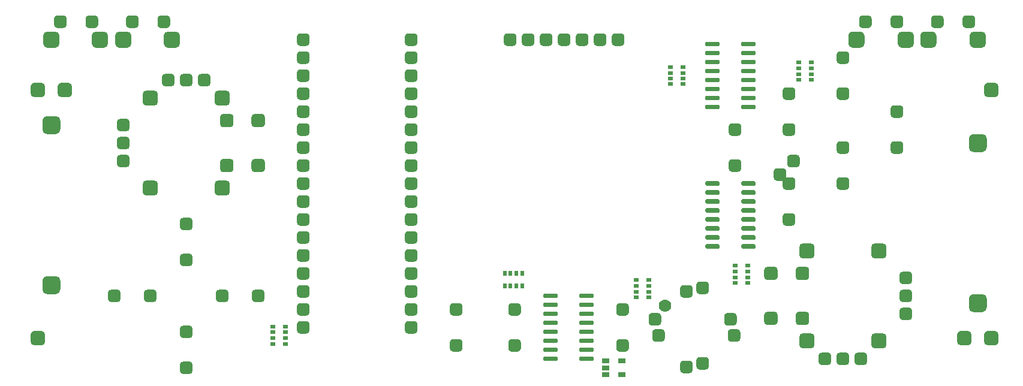
<source format=gbr>
%TF.GenerationSoftware,KiCad,Pcbnew,(5.1.9)-1*%
%TF.CreationDate,2021-08-06T18:06:19-04:00*%
%TF.ProjectId,MK2_1,4d4b325f-312e-46b6-9963-61645f706362,1*%
%TF.SameCoordinates,Original*%
%TF.FileFunction,Soldermask,Top*%
%TF.FilePolarity,Negative*%
%FSLAX45Y45*%
G04 Gerber Fmt 4.5, Leading zero omitted, Abs format (unit mm)*
G04 Created by KiCad (PCBNEW (5.1.9)-1) date 2021-08-06 18:06:19*
%MOMM*%
%LPD*%
G01*
G04 APERTURE LIST*
%ADD10C,1.778000*%
%ADD11R,1.016000X0.635000*%
%ADD12R,0.762000X0.508000*%
%ADD13R,0.508000X0.762000*%
G04 APERTURE END LIST*
%TO.C,G0*%
G36*
G01*
X17653000Y-4191000D02*
X17653000Y-4318000D01*
G75*
G02*
X17589500Y-4381500I-63500J0D01*
G01*
X17462500Y-4381500D01*
G75*
G02*
X17399000Y-4318000I0J63500D01*
G01*
X17399000Y-4191000D01*
G75*
G02*
X17462500Y-4127500I63500J0D01*
G01*
X17589500Y-4127500D01*
G75*
G02*
X17653000Y-4191000I0J-63500D01*
G01*
G37*
%TD*%
%TO.C,G0*%
G36*
G01*
X17653000Y-6451600D02*
X17653000Y-6578600D01*
G75*
G02*
X17589500Y-6642100I-63500J0D01*
G01*
X17462500Y-6642100D01*
G75*
G02*
X17399000Y-6578600I0J63500D01*
G01*
X17399000Y-6451600D01*
G75*
G02*
X17462500Y-6388100I63500J0D01*
G01*
X17589500Y-6388100D01*
G75*
G02*
X17653000Y-6451600I0J-63500D01*
G01*
G37*
%TD*%
%TO.C,P0*%
G36*
G01*
X17818100Y-3454400D02*
X17818100Y-3556000D01*
G75*
G02*
X17767300Y-3606800I-50800J0D01*
G01*
X17665700Y-3606800D01*
G75*
G02*
X17614900Y-3556000I0J50800D01*
G01*
X17614900Y-3454400D01*
G75*
G02*
X17665700Y-3403600I50800J0D01*
G01*
X17767300Y-3403600D01*
G75*
G02*
X17818100Y-3454400I0J-50800D01*
G01*
G37*
%TD*%
%TO.C,P0*%
G36*
G01*
X17437100Y-6959600D02*
X17437100Y-7061200D01*
G75*
G02*
X17386300Y-7112000I-50800J0D01*
G01*
X17284700Y-7112000D01*
G75*
G02*
X17233900Y-7061200I0J50800D01*
G01*
X17233900Y-6959600D01*
G75*
G02*
X17284700Y-6908800I50800J0D01*
G01*
X17386300Y-6908800D01*
G75*
G02*
X17437100Y-6959600I0J-50800D01*
G01*
G37*
%TD*%
%TO.C,P0*%
G36*
G01*
X17665700Y-6908800D02*
X17767300Y-6908800D01*
G75*
G02*
X17818100Y-6959600I0J-50800D01*
G01*
X17818100Y-7061200D01*
G75*
G02*
X17767300Y-7112000I-50800J0D01*
G01*
X17665700Y-7112000D01*
G75*
G02*
X17614900Y-7061200I0J50800D01*
G01*
X17614900Y-6959600D01*
G75*
G02*
X17665700Y-6908800I50800J0D01*
G01*
G37*
%TD*%
%TO.C,G0*%
G36*
G01*
X4318000Y-4064000D02*
X4318000Y-3937000D01*
G75*
G02*
X4381500Y-3873500I63500J0D01*
G01*
X4508500Y-3873500D01*
G75*
G02*
X4572000Y-3937000I0J-63500D01*
G01*
X4572000Y-4064000D01*
G75*
G02*
X4508500Y-4127500I-63500J0D01*
G01*
X4381500Y-4127500D01*
G75*
G02*
X4318000Y-4064000I0J63500D01*
G01*
G37*
%TD*%
%TO.C,G0*%
G36*
G01*
X4318000Y-6324600D02*
X4318000Y-6197600D01*
G75*
G02*
X4381500Y-6134100I63500J0D01*
G01*
X4508500Y-6134100D01*
G75*
G02*
X4572000Y-6197600I0J-63500D01*
G01*
X4572000Y-6324600D01*
G75*
G02*
X4508500Y-6388100I-63500J0D01*
G01*
X4381500Y-6388100D01*
G75*
G02*
X4318000Y-6324600I0J63500D01*
G01*
G37*
%TD*%
%TO.C,B0*%
G36*
G01*
X6261100Y-5949950D02*
X6261100Y-5861050D01*
G75*
G02*
X6305550Y-5816600I44450J0D01*
G01*
X6394450Y-5816600D01*
G75*
G02*
X6438900Y-5861050I0J-44450D01*
G01*
X6438900Y-5949950D01*
G75*
G02*
X6394450Y-5994400I-44450J0D01*
G01*
X6305550Y-5994400D01*
G75*
G02*
X6261100Y-5949950I0J44450D01*
G01*
G37*
G36*
G01*
X6261100Y-5441950D02*
X6261100Y-5353050D01*
G75*
G02*
X6305550Y-5308600I44450J0D01*
G01*
X6394450Y-5308600D01*
G75*
G02*
X6438900Y-5353050I0J-44450D01*
G01*
X6438900Y-5441950D01*
G75*
G02*
X6394450Y-5486400I-44450J0D01*
G01*
X6305550Y-5486400D01*
G75*
G02*
X6261100Y-5441950I0J44450D01*
G01*
G37*
%TD*%
%TO.C,P0*%
G36*
G01*
X14776450Y-4787900D02*
X14687550Y-4787900D01*
G75*
G02*
X14643100Y-4743450I0J44450D01*
G01*
X14643100Y-4654550D01*
G75*
G02*
X14687550Y-4610100I44450J0D01*
G01*
X14776450Y-4610100D01*
G75*
G02*
X14820900Y-4654550I0J-44450D01*
G01*
X14820900Y-4743450D01*
G75*
G02*
X14776450Y-4787900I-44450J0D01*
G01*
G37*
%TD*%
%TO.C,P0*%
G36*
G01*
X14966950Y-4597400D02*
X14878050Y-4597400D01*
G75*
G02*
X14833600Y-4552950I0J44450D01*
G01*
X14833600Y-4464050D01*
G75*
G02*
X14878050Y-4419600I44450J0D01*
G01*
X14966950Y-4419600D01*
G75*
G02*
X15011400Y-4464050I0J-44450D01*
G01*
X15011400Y-4552950D01*
G75*
G02*
X14966950Y-4597400I-44450J0D01*
G01*
G37*
%TD*%
%TO.C,B0*%
G36*
G01*
X12420600Y-6648450D02*
X12420600Y-6559550D01*
G75*
G02*
X12465050Y-6515100I44450J0D01*
G01*
X12553950Y-6515100D01*
G75*
G02*
X12598400Y-6559550I0J-44450D01*
G01*
X12598400Y-6648450D01*
G75*
G02*
X12553950Y-6692900I-44450J0D01*
G01*
X12465050Y-6692900D01*
G75*
G02*
X12420600Y-6648450I0J44450D01*
G01*
G37*
G36*
G01*
X12420600Y-7156450D02*
X12420600Y-7067550D01*
G75*
G02*
X12465050Y-7023100I44450J0D01*
G01*
X12553950Y-7023100D01*
G75*
G02*
X12598400Y-7067550I0J-44450D01*
G01*
X12598400Y-7156450D01*
G75*
G02*
X12553950Y-7200900I-44450J0D01*
G01*
X12465050Y-7200900D01*
G75*
G02*
X12420600Y-7156450I0J44450D01*
G01*
G37*
%TD*%
%TO.C,B0*%
G36*
G01*
X15532100Y-3092450D02*
X15532100Y-3003550D01*
G75*
G02*
X15576550Y-2959100I44450J0D01*
G01*
X15665450Y-2959100D01*
G75*
G02*
X15709900Y-3003550I0J-44450D01*
G01*
X15709900Y-3092450D01*
G75*
G02*
X15665450Y-3136900I-44450J0D01*
G01*
X15576550Y-3136900D01*
G75*
G02*
X15532100Y-3092450I0J44450D01*
G01*
G37*
G36*
G01*
X15532100Y-3600450D02*
X15532100Y-3511550D01*
G75*
G02*
X15576550Y-3467100I44450J0D01*
G01*
X15665450Y-3467100D01*
G75*
G02*
X15709900Y-3511550I0J-44450D01*
G01*
X15709900Y-3600450D01*
G75*
G02*
X15665450Y-3644900I-44450J0D01*
G01*
X15576550Y-3644900D01*
G75*
G02*
X15532100Y-3600450I0J44450D01*
G01*
G37*
%TD*%
%TO.C,B0*%
G36*
G01*
X16294100Y-3854450D02*
X16294100Y-3765550D01*
G75*
G02*
X16338550Y-3721100I44450J0D01*
G01*
X16427450Y-3721100D01*
G75*
G02*
X16471900Y-3765550I0J-44450D01*
G01*
X16471900Y-3854450D01*
G75*
G02*
X16427450Y-3898900I-44450J0D01*
G01*
X16338550Y-3898900D01*
G75*
G02*
X16294100Y-3854450I0J44450D01*
G01*
G37*
G36*
G01*
X16294100Y-4362450D02*
X16294100Y-4273550D01*
G75*
G02*
X16338550Y-4229100I44450J0D01*
G01*
X16427450Y-4229100D01*
G75*
G02*
X16471900Y-4273550I0J-44450D01*
G01*
X16471900Y-4362450D01*
G75*
G02*
X16427450Y-4406900I-44450J0D01*
G01*
X16338550Y-4406900D01*
G75*
G02*
X16294100Y-4362450I0J44450D01*
G01*
G37*
%TD*%
%TO.C,B0*%
G36*
G01*
X15532100Y-4362450D02*
X15532100Y-4273550D01*
G75*
G02*
X15576550Y-4229100I44450J0D01*
G01*
X15665450Y-4229100D01*
G75*
G02*
X15709900Y-4273550I0J-44450D01*
G01*
X15709900Y-4362450D01*
G75*
G02*
X15665450Y-4406900I-44450J0D01*
G01*
X15576550Y-4406900D01*
G75*
G02*
X15532100Y-4362450I0J44450D01*
G01*
G37*
G36*
G01*
X15532100Y-4870450D02*
X15532100Y-4781550D01*
G75*
G02*
X15576550Y-4737100I44450J0D01*
G01*
X15665450Y-4737100D01*
G75*
G02*
X15709900Y-4781550I0J-44450D01*
G01*
X15709900Y-4870450D01*
G75*
G02*
X15665450Y-4914900I-44450J0D01*
G01*
X15576550Y-4914900D01*
G75*
G02*
X15532100Y-4870450I0J44450D01*
G01*
G37*
%TD*%
%TO.C,B0*%
G36*
G01*
X14770100Y-4870450D02*
X14770100Y-4781550D01*
G75*
G02*
X14814550Y-4737100I44450J0D01*
G01*
X14903450Y-4737100D01*
G75*
G02*
X14947900Y-4781550I0J-44450D01*
G01*
X14947900Y-4870450D01*
G75*
G02*
X14903450Y-4914900I-44450J0D01*
G01*
X14814550Y-4914900D01*
G75*
G02*
X14770100Y-4870450I0J44450D01*
G01*
G37*
G36*
G01*
X14770100Y-5378450D02*
X14770100Y-5289550D01*
G75*
G02*
X14814550Y-5245100I44450J0D01*
G01*
X14903450Y-5245100D01*
G75*
G02*
X14947900Y-5289550I0J-44450D01*
G01*
X14947900Y-5378450D01*
G75*
G02*
X14903450Y-5422900I-44450J0D01*
G01*
X14814550Y-5422900D01*
G75*
G02*
X14770100Y-5378450I0J44450D01*
G01*
G37*
%TD*%
%TO.C,B0*%
G36*
G01*
X14770100Y-3600450D02*
X14770100Y-3511550D01*
G75*
G02*
X14814550Y-3467100I44450J0D01*
G01*
X14903450Y-3467100D01*
G75*
G02*
X14947900Y-3511550I0J-44450D01*
G01*
X14947900Y-3600450D01*
G75*
G02*
X14903450Y-3644900I-44450J0D01*
G01*
X14814550Y-3644900D01*
G75*
G02*
X14770100Y-3600450I0J44450D01*
G01*
G37*
G36*
G01*
X14770100Y-4108450D02*
X14770100Y-4019550D01*
G75*
G02*
X14814550Y-3975100I44450J0D01*
G01*
X14903450Y-3975100D01*
G75*
G02*
X14947900Y-4019550I0J-44450D01*
G01*
X14947900Y-4108450D01*
G75*
G02*
X14903450Y-4152900I-44450J0D01*
G01*
X14814550Y-4152900D01*
G75*
G02*
X14770100Y-4108450I0J44450D01*
G01*
G37*
%TD*%
%TO.C,B0*%
G36*
G01*
X14008100Y-4108450D02*
X14008100Y-4019550D01*
G75*
G02*
X14052550Y-3975100I44450J0D01*
G01*
X14141450Y-3975100D01*
G75*
G02*
X14185900Y-4019550I0J-44450D01*
G01*
X14185900Y-4108450D01*
G75*
G02*
X14141450Y-4152900I-44450J0D01*
G01*
X14052550Y-4152900D01*
G75*
G02*
X14008100Y-4108450I0J44450D01*
G01*
G37*
G36*
G01*
X14008100Y-4616450D02*
X14008100Y-4527550D01*
G75*
G02*
X14052550Y-4483100I44450J0D01*
G01*
X14141450Y-4483100D01*
G75*
G02*
X14185900Y-4527550I0J-44450D01*
G01*
X14185900Y-4616450D01*
G75*
G02*
X14141450Y-4660900I-44450J0D01*
G01*
X14052550Y-4660900D01*
G75*
G02*
X14008100Y-4616450I0J44450D01*
G01*
G37*
%TD*%
%TO.C,B0*%
G36*
G01*
X10896600Y-6648450D02*
X10896600Y-6559550D01*
G75*
G02*
X10941050Y-6515100I44450J0D01*
G01*
X11029950Y-6515100D01*
G75*
G02*
X11074400Y-6559550I0J-44450D01*
G01*
X11074400Y-6648450D01*
G75*
G02*
X11029950Y-6692900I-44450J0D01*
G01*
X10941050Y-6692900D01*
G75*
G02*
X10896600Y-6648450I0J44450D01*
G01*
G37*
G36*
G01*
X10896600Y-7156450D02*
X10896600Y-7067550D01*
G75*
G02*
X10941050Y-7023100I44450J0D01*
G01*
X11029950Y-7023100D01*
G75*
G02*
X11074400Y-7067550I0J-44450D01*
G01*
X11074400Y-7156450D01*
G75*
G02*
X11029950Y-7200900I-44450J0D01*
G01*
X10941050Y-7200900D01*
G75*
G02*
X10896600Y-7156450I0J44450D01*
G01*
G37*
%TD*%
%TO.C,B0*%
G36*
G01*
X10071100Y-6648450D02*
X10071100Y-6559550D01*
G75*
G02*
X10115550Y-6515100I44450J0D01*
G01*
X10204450Y-6515100D01*
G75*
G02*
X10248900Y-6559550I0J-44450D01*
G01*
X10248900Y-6648450D01*
G75*
G02*
X10204450Y-6692900I-44450J0D01*
G01*
X10115550Y-6692900D01*
G75*
G02*
X10071100Y-6648450I0J44450D01*
G01*
G37*
G36*
G01*
X10071100Y-7156450D02*
X10071100Y-7067550D01*
G75*
G02*
X10115550Y-7023100I44450J0D01*
G01*
X10204450Y-7023100D01*
G75*
G02*
X10248900Y-7067550I0J-44450D01*
G01*
X10248900Y-7156450D01*
G75*
G02*
X10204450Y-7200900I-44450J0D01*
G01*
X10115550Y-7200900D01*
G75*
G02*
X10071100Y-7156450I0J44450D01*
G01*
G37*
%TD*%
%TO.C,B0*%
G36*
G01*
X6438900Y-7385050D02*
X6438900Y-7473950D01*
G75*
G02*
X6394450Y-7518400I-44450J0D01*
G01*
X6305550Y-7518400D01*
G75*
G02*
X6261100Y-7473950I0J44450D01*
G01*
X6261100Y-7385050D01*
G75*
G02*
X6305550Y-7340600I44450J0D01*
G01*
X6394450Y-7340600D01*
G75*
G02*
X6438900Y-7385050I0J-44450D01*
G01*
G37*
G36*
G01*
X6438900Y-6877050D02*
X6438900Y-6965950D01*
G75*
G02*
X6394450Y-7010400I-44450J0D01*
G01*
X6305550Y-7010400D01*
G75*
G02*
X6261100Y-6965950I0J44450D01*
G01*
X6261100Y-6877050D01*
G75*
G02*
X6305550Y-6832600I44450J0D01*
G01*
X6394450Y-6832600D01*
G75*
G02*
X6438900Y-6877050I0J-44450D01*
G01*
G37*
%TD*%
%TO.C,B0*%
G36*
G01*
X7321550Y-6324600D02*
X7410450Y-6324600D01*
G75*
G02*
X7454900Y-6369050I0J-44450D01*
G01*
X7454900Y-6457950D01*
G75*
G02*
X7410450Y-6502400I-44450J0D01*
G01*
X7321550Y-6502400D01*
G75*
G02*
X7277100Y-6457950I0J44450D01*
G01*
X7277100Y-6369050D01*
G75*
G02*
X7321550Y-6324600I44450J0D01*
G01*
G37*
G36*
G01*
X6813550Y-6324600D02*
X6902450Y-6324600D01*
G75*
G02*
X6946900Y-6369050I0J-44450D01*
G01*
X6946900Y-6457950D01*
G75*
G02*
X6902450Y-6502400I-44450J0D01*
G01*
X6813550Y-6502400D01*
G75*
G02*
X6769100Y-6457950I0J44450D01*
G01*
X6769100Y-6369050D01*
G75*
G02*
X6813550Y-6324600I44450J0D01*
G01*
G37*
%TD*%
%TO.C,B0*%
G36*
G01*
X5378450Y-6502400D02*
X5289550Y-6502400D01*
G75*
G02*
X5245100Y-6457950I0J44450D01*
G01*
X5245100Y-6369050D01*
G75*
G02*
X5289550Y-6324600I44450J0D01*
G01*
X5378450Y-6324600D01*
G75*
G02*
X5422900Y-6369050I0J-44450D01*
G01*
X5422900Y-6457950D01*
G75*
G02*
X5378450Y-6502400I-44450J0D01*
G01*
G37*
G36*
G01*
X5886450Y-6502400D02*
X5797550Y-6502400D01*
G75*
G02*
X5753100Y-6457950I0J44450D01*
G01*
X5753100Y-6369050D01*
G75*
G02*
X5797550Y-6324600I44450J0D01*
G01*
X5886450Y-6324600D01*
G75*
G02*
X5930900Y-6369050I0J-44450D01*
G01*
X5930900Y-6457950D01*
G75*
G02*
X5886450Y-6502400I-44450J0D01*
G01*
G37*
%TD*%
%TO.C,P0*%
G36*
G01*
X13455650Y-7505700D02*
X13366750Y-7505700D01*
G75*
G02*
X13322300Y-7461250I0J44450D01*
G01*
X13322300Y-7372350D01*
G75*
G02*
X13366750Y-7327900I44450J0D01*
G01*
X13455650Y-7327900D01*
G75*
G02*
X13500100Y-7372350I0J-44450D01*
G01*
X13500100Y-7461250D01*
G75*
G02*
X13455650Y-7505700I-44450J0D01*
G01*
G37*
%TD*%
%TO.C,P0*%
G36*
G01*
X13684250Y-7454900D02*
X13595350Y-7454900D01*
G75*
G02*
X13550900Y-7410450I0J44450D01*
G01*
X13550900Y-7321550D01*
G75*
G02*
X13595350Y-7277100I44450J0D01*
G01*
X13684250Y-7277100D01*
G75*
G02*
X13728700Y-7321550I0J-44450D01*
G01*
X13728700Y-7410450D01*
G75*
G02*
X13684250Y-7454900I-44450J0D01*
G01*
G37*
%TD*%
%TO.C,P0*%
G36*
G01*
X14128750Y-7061200D02*
X14039850Y-7061200D01*
G75*
G02*
X13995400Y-7016750I0J44450D01*
G01*
X13995400Y-6927850D01*
G75*
G02*
X14039850Y-6883400I44450J0D01*
G01*
X14128750Y-6883400D01*
G75*
G02*
X14173200Y-6927850I0J-44450D01*
G01*
X14173200Y-7016750D01*
G75*
G02*
X14128750Y-7061200I-44450J0D01*
G01*
G37*
%TD*%
%TO.C,P0*%
G36*
G01*
X14077950Y-6832600D02*
X13989050Y-6832600D01*
G75*
G02*
X13944600Y-6788150I0J44450D01*
G01*
X13944600Y-6699250D01*
G75*
G02*
X13989050Y-6654800I44450J0D01*
G01*
X14077950Y-6654800D01*
G75*
G02*
X14122400Y-6699250I0J-44450D01*
G01*
X14122400Y-6788150D01*
G75*
G02*
X14077950Y-6832600I-44450J0D01*
G01*
G37*
%TD*%
%TO.C,P0*%
G36*
G01*
X13684250Y-6388100D02*
X13595350Y-6388100D01*
G75*
G02*
X13550900Y-6343650I0J44450D01*
G01*
X13550900Y-6254750D01*
G75*
G02*
X13595350Y-6210300I44450J0D01*
G01*
X13684250Y-6210300D01*
G75*
G02*
X13728700Y-6254750I0J-44450D01*
G01*
X13728700Y-6343650D01*
G75*
G02*
X13684250Y-6388100I-44450J0D01*
G01*
G37*
%TD*%
%TO.C,P0*%
G36*
G01*
X13455650Y-6438900D02*
X13366750Y-6438900D01*
G75*
G02*
X13322300Y-6394450I0J44450D01*
G01*
X13322300Y-6305550D01*
G75*
G02*
X13366750Y-6261100I44450J0D01*
G01*
X13455650Y-6261100D01*
G75*
G02*
X13500100Y-6305550I0J-44450D01*
G01*
X13500100Y-6394450D01*
G75*
G02*
X13455650Y-6438900I-44450J0D01*
G01*
G37*
%TD*%
D10*
%TO.C,P0*%
X13106400Y-6553200D03*
%TD*%
%TO.C,P0*%
G36*
G01*
X13011150Y-6832600D02*
X12922250Y-6832600D01*
G75*
G02*
X12877800Y-6788150I0J44450D01*
G01*
X12877800Y-6699250D01*
G75*
G02*
X12922250Y-6654800I44450J0D01*
G01*
X13011150Y-6654800D01*
G75*
G02*
X13055600Y-6699250I0J-44450D01*
G01*
X13055600Y-6788150D01*
G75*
G02*
X13011150Y-6832600I-44450J0D01*
G01*
G37*
%TD*%
%TO.C,P0*%
G36*
G01*
X13061950Y-7061200D02*
X12973050Y-7061200D01*
G75*
G02*
X12928600Y-7016750I0J44450D01*
G01*
X12928600Y-6927850D01*
G75*
G02*
X12973050Y-6883400I44450J0D01*
G01*
X13061950Y-6883400D01*
G75*
G02*
X13106400Y-6927850I0J-44450D01*
G01*
X13106400Y-7016750D01*
G75*
G02*
X13061950Y-7061200I-44450J0D01*
G01*
G37*
%TD*%
%TO.C,P0*%
G36*
G01*
X14509750Y-6143625D02*
X14509750Y-6048375D01*
G75*
G02*
X14557375Y-6000750I47625J0D01*
G01*
X14652625Y-6000750D01*
G75*
G02*
X14700250Y-6048375I0J-47625D01*
G01*
X14700250Y-6143625D01*
G75*
G02*
X14652625Y-6191250I-47625J0D01*
G01*
X14557375Y-6191250D01*
G75*
G02*
X14509750Y-6143625I0J47625D01*
G01*
G37*
%TD*%
%TO.C,P0*%
G36*
G01*
X14509750Y-6778625D02*
X14509750Y-6683375D01*
G75*
G02*
X14557375Y-6635750I47625J0D01*
G01*
X14652625Y-6635750D01*
G75*
G02*
X14700250Y-6683375I0J-47625D01*
G01*
X14700250Y-6778625D01*
G75*
G02*
X14652625Y-6826250I-47625J0D01*
G01*
X14557375Y-6826250D01*
G75*
G02*
X14509750Y-6778625I0J47625D01*
G01*
G37*
%TD*%
%TO.C,P0*%
G36*
G01*
X14954250Y-6778625D02*
X14954250Y-6683375D01*
G75*
G02*
X15001875Y-6635750I47625J0D01*
G01*
X15097125Y-6635750D01*
G75*
G02*
X15144750Y-6683375I0J-47625D01*
G01*
X15144750Y-6778625D01*
G75*
G02*
X15097125Y-6826250I-47625J0D01*
G01*
X15001875Y-6826250D01*
G75*
G02*
X14954250Y-6778625I0J47625D01*
G01*
G37*
%TD*%
%TO.C,P0*%
G36*
G01*
X14954250Y-6143625D02*
X14954250Y-6048375D01*
G75*
G02*
X15001875Y-6000750I47625J0D01*
G01*
X15097125Y-6000750D01*
G75*
G02*
X15144750Y-6048375I0J-47625D01*
G01*
X15144750Y-6143625D01*
G75*
G02*
X15097125Y-6191250I-47625J0D01*
G01*
X15001875Y-6191250D01*
G75*
G02*
X14954250Y-6143625I0J47625D01*
G01*
G37*
%TD*%
%TO.C,P0*%
G36*
G01*
X6826250Y-3984625D02*
X6826250Y-3889375D01*
G75*
G02*
X6873875Y-3841750I47625J0D01*
G01*
X6969125Y-3841750D01*
G75*
G02*
X7016750Y-3889375I0J-47625D01*
G01*
X7016750Y-3984625D01*
G75*
G02*
X6969125Y-4032250I-47625J0D01*
G01*
X6873875Y-4032250D01*
G75*
G02*
X6826250Y-3984625I0J47625D01*
G01*
G37*
%TD*%
%TO.C,P0*%
G36*
G01*
X6826250Y-4619625D02*
X6826250Y-4524375D01*
G75*
G02*
X6873875Y-4476750I47625J0D01*
G01*
X6969125Y-4476750D01*
G75*
G02*
X7016750Y-4524375I0J-47625D01*
G01*
X7016750Y-4619625D01*
G75*
G02*
X6969125Y-4667250I-47625J0D01*
G01*
X6873875Y-4667250D01*
G75*
G02*
X6826250Y-4619625I0J47625D01*
G01*
G37*
%TD*%
%TO.C,P0*%
G36*
G01*
X7270750Y-4619625D02*
X7270750Y-4524375D01*
G75*
G02*
X7318375Y-4476750I47625J0D01*
G01*
X7413625Y-4476750D01*
G75*
G02*
X7461250Y-4524375I0J-47625D01*
G01*
X7461250Y-4619625D01*
G75*
G02*
X7413625Y-4667250I-47625J0D01*
G01*
X7318375Y-4667250D01*
G75*
G02*
X7270750Y-4619625I0J47625D01*
G01*
G37*
%TD*%
%TO.C,P0*%
G36*
G01*
X7270750Y-3984625D02*
X7270750Y-3889375D01*
G75*
G02*
X7318375Y-3841750I47625J0D01*
G01*
X7413625Y-3841750D01*
G75*
G02*
X7461250Y-3889375I0J-47625D01*
G01*
X7461250Y-3984625D01*
G75*
G02*
X7413625Y-4032250I-47625J0D01*
G01*
X7318375Y-4032250D01*
G75*
G02*
X7270750Y-3984625I0J47625D01*
G01*
G37*
%TD*%
%TO.C,P0*%
G36*
G01*
X12490450Y-2882900D02*
X12401550Y-2882900D01*
G75*
G02*
X12357100Y-2838450I0J44450D01*
G01*
X12357100Y-2749550D01*
G75*
G02*
X12401550Y-2705100I44450J0D01*
G01*
X12490450Y-2705100D01*
G75*
G02*
X12534900Y-2749550I0J-44450D01*
G01*
X12534900Y-2838450D01*
G75*
G02*
X12490450Y-2882900I-44450J0D01*
G01*
G37*
%TD*%
%TO.C,P0*%
G36*
G01*
X12236450Y-2882900D02*
X12147550Y-2882900D01*
G75*
G02*
X12103100Y-2838450I0J44450D01*
G01*
X12103100Y-2749550D01*
G75*
G02*
X12147550Y-2705100I44450J0D01*
G01*
X12236450Y-2705100D01*
G75*
G02*
X12280900Y-2749550I0J-44450D01*
G01*
X12280900Y-2838450D01*
G75*
G02*
X12236450Y-2882900I-44450J0D01*
G01*
G37*
%TD*%
%TO.C,P0*%
G36*
G01*
X11982450Y-2882900D02*
X11893550Y-2882900D01*
G75*
G02*
X11849100Y-2838450I0J44450D01*
G01*
X11849100Y-2749550D01*
G75*
G02*
X11893550Y-2705100I44450J0D01*
G01*
X11982450Y-2705100D01*
G75*
G02*
X12026900Y-2749550I0J-44450D01*
G01*
X12026900Y-2838450D01*
G75*
G02*
X11982450Y-2882900I-44450J0D01*
G01*
G37*
%TD*%
%TO.C,P0*%
G36*
G01*
X11728450Y-2882900D02*
X11639550Y-2882900D01*
G75*
G02*
X11595100Y-2838450I0J44450D01*
G01*
X11595100Y-2749550D01*
G75*
G02*
X11639550Y-2705100I44450J0D01*
G01*
X11728450Y-2705100D01*
G75*
G02*
X11772900Y-2749550I0J-44450D01*
G01*
X11772900Y-2838450D01*
G75*
G02*
X11728450Y-2882900I-44450J0D01*
G01*
G37*
%TD*%
%TO.C,P0*%
G36*
G01*
X11474450Y-2882900D02*
X11385550Y-2882900D01*
G75*
G02*
X11341100Y-2838450I0J44450D01*
G01*
X11341100Y-2749550D01*
G75*
G02*
X11385550Y-2705100I44450J0D01*
G01*
X11474450Y-2705100D01*
G75*
G02*
X11518900Y-2749550I0J-44450D01*
G01*
X11518900Y-2838450D01*
G75*
G02*
X11474450Y-2882900I-44450J0D01*
G01*
G37*
%TD*%
%TO.C,P0*%
G36*
G01*
X11220450Y-2882900D02*
X11131550Y-2882900D01*
G75*
G02*
X11087100Y-2838450I0J44450D01*
G01*
X11087100Y-2749550D01*
G75*
G02*
X11131550Y-2705100I44450J0D01*
G01*
X11220450Y-2705100D01*
G75*
G02*
X11264900Y-2749550I0J-44450D01*
G01*
X11264900Y-2838450D01*
G75*
G02*
X11220450Y-2882900I-44450J0D01*
G01*
G37*
%TD*%
%TO.C,P0*%
G36*
G01*
X10966450Y-2882900D02*
X10877550Y-2882900D01*
G75*
G02*
X10833100Y-2838450I0J44450D01*
G01*
X10833100Y-2749550D01*
G75*
G02*
X10877550Y-2705100I44450J0D01*
G01*
X10966450Y-2705100D01*
G75*
G02*
X11010900Y-2749550I0J-44450D01*
G01*
X11010900Y-2838450D01*
G75*
G02*
X10966450Y-2882900I-44450J0D01*
G01*
G37*
%TD*%
%TO.C,P0*%
G36*
G01*
X4616450Y-2628900D02*
X4527550Y-2628900D01*
G75*
G02*
X4483100Y-2584450I0J44450D01*
G01*
X4483100Y-2495550D01*
G75*
G02*
X4527550Y-2451100I44450J0D01*
G01*
X4616450Y-2451100D01*
G75*
G02*
X4660900Y-2495550I0J-44450D01*
G01*
X4660900Y-2584450D01*
G75*
G02*
X4616450Y-2628900I-44450J0D01*
G01*
G37*
%TD*%
%TO.C,P0*%
G36*
G01*
X5060950Y-2628900D02*
X4972050Y-2628900D01*
G75*
G02*
X4927600Y-2584450I0J44450D01*
G01*
X4927600Y-2495550D01*
G75*
G02*
X4972050Y-2451100I44450J0D01*
G01*
X5060950Y-2451100D01*
G75*
G02*
X5105400Y-2495550I0J-44450D01*
G01*
X5105400Y-2584450D01*
G75*
G02*
X5060950Y-2628900I-44450J0D01*
G01*
G37*
%TD*%
%TO.C,P0*%
G36*
G01*
X5632450Y-2628900D02*
X5543550Y-2628900D01*
G75*
G02*
X5499100Y-2584450I0J44450D01*
G01*
X5499100Y-2495550D01*
G75*
G02*
X5543550Y-2451100I44450J0D01*
G01*
X5632450Y-2451100D01*
G75*
G02*
X5676900Y-2495550I0J-44450D01*
G01*
X5676900Y-2584450D01*
G75*
G02*
X5632450Y-2628900I-44450J0D01*
G01*
G37*
%TD*%
%TO.C,P0*%
G36*
G01*
X6076950Y-2628900D02*
X5988050Y-2628900D01*
G75*
G02*
X5943600Y-2584450I0J44450D01*
G01*
X5943600Y-2495550D01*
G75*
G02*
X5988050Y-2451100I44450J0D01*
G01*
X6076950Y-2451100D01*
G75*
G02*
X6121400Y-2495550I0J-44450D01*
G01*
X6121400Y-2584450D01*
G75*
G02*
X6076950Y-2628900I-44450J0D01*
G01*
G37*
%TD*%
%TO.C,P0*%
G36*
G01*
X17443450Y-2628900D02*
X17354550Y-2628900D01*
G75*
G02*
X17310100Y-2584450I0J44450D01*
G01*
X17310100Y-2495550D01*
G75*
G02*
X17354550Y-2451100I44450J0D01*
G01*
X17443450Y-2451100D01*
G75*
G02*
X17487900Y-2495550I0J-44450D01*
G01*
X17487900Y-2584450D01*
G75*
G02*
X17443450Y-2628900I-44450J0D01*
G01*
G37*
%TD*%
%TO.C,P0*%
G36*
G01*
X16998950Y-2628900D02*
X16910050Y-2628900D01*
G75*
G02*
X16865600Y-2584450I0J44450D01*
G01*
X16865600Y-2495550D01*
G75*
G02*
X16910050Y-2451100I44450J0D01*
G01*
X16998950Y-2451100D01*
G75*
G02*
X17043400Y-2495550I0J-44450D01*
G01*
X17043400Y-2584450D01*
G75*
G02*
X16998950Y-2628900I-44450J0D01*
G01*
G37*
%TD*%
%TO.C,P0*%
G36*
G01*
X16427450Y-2628900D02*
X16338550Y-2628900D01*
G75*
G02*
X16294100Y-2584450I0J44450D01*
G01*
X16294100Y-2495550D01*
G75*
G02*
X16338550Y-2451100I44450J0D01*
G01*
X16427450Y-2451100D01*
G75*
G02*
X16471900Y-2495550I0J-44450D01*
G01*
X16471900Y-2584450D01*
G75*
G02*
X16427450Y-2628900I-44450J0D01*
G01*
G37*
%TD*%
%TO.C,P0*%
G36*
G01*
X15982950Y-2628900D02*
X15894050Y-2628900D01*
G75*
G02*
X15849600Y-2584450I0J44450D01*
G01*
X15849600Y-2495550D01*
G75*
G02*
X15894050Y-2451100I44450J0D01*
G01*
X15982950Y-2451100D01*
G75*
G02*
X16027400Y-2495550I0J-44450D01*
G01*
X16027400Y-2584450D01*
G75*
G02*
X15982950Y-2628900I-44450J0D01*
G01*
G37*
%TD*%
%TO.C,P0*%
G36*
G01*
X15411450Y-7391400D02*
X15322550Y-7391400D01*
G75*
G02*
X15278100Y-7346950I0J44450D01*
G01*
X15278100Y-7258050D01*
G75*
G02*
X15322550Y-7213600I44450J0D01*
G01*
X15411450Y-7213600D01*
G75*
G02*
X15455900Y-7258050I0J-44450D01*
G01*
X15455900Y-7346950D01*
G75*
G02*
X15411450Y-7391400I-44450J0D01*
G01*
G37*
%TD*%
%TO.C,P0*%
G36*
G01*
X15665450Y-7391400D02*
X15576550Y-7391400D01*
G75*
G02*
X15532100Y-7346950I0J44450D01*
G01*
X15532100Y-7258050D01*
G75*
G02*
X15576550Y-7213600I44450J0D01*
G01*
X15665450Y-7213600D01*
G75*
G02*
X15709900Y-7258050I0J-44450D01*
G01*
X15709900Y-7346950D01*
G75*
G02*
X15665450Y-7391400I-44450J0D01*
G01*
G37*
%TD*%
%TO.C,P0*%
G36*
G01*
X15919450Y-7391400D02*
X15830550Y-7391400D01*
G75*
G02*
X15786100Y-7346950I0J44450D01*
G01*
X15786100Y-7258050D01*
G75*
G02*
X15830550Y-7213600I44450J0D01*
G01*
X15919450Y-7213600D01*
G75*
G02*
X15963900Y-7258050I0J-44450D01*
G01*
X15963900Y-7346950D01*
G75*
G02*
X15919450Y-7391400I-44450J0D01*
G01*
G37*
%TD*%
%TO.C,P0*%
G36*
G01*
X16554450Y-6756400D02*
X16465550Y-6756400D01*
G75*
G02*
X16421100Y-6711950I0J44450D01*
G01*
X16421100Y-6623050D01*
G75*
G02*
X16465550Y-6578600I44450J0D01*
G01*
X16554450Y-6578600D01*
G75*
G02*
X16598900Y-6623050I0J-44450D01*
G01*
X16598900Y-6711950D01*
G75*
G02*
X16554450Y-6756400I-44450J0D01*
G01*
G37*
%TD*%
%TO.C,P0*%
G36*
G01*
X16554450Y-6502400D02*
X16465550Y-6502400D01*
G75*
G02*
X16421100Y-6457950I0J44450D01*
G01*
X16421100Y-6369050D01*
G75*
G02*
X16465550Y-6324600I44450J0D01*
G01*
X16554450Y-6324600D01*
G75*
G02*
X16598900Y-6369050I0J-44450D01*
G01*
X16598900Y-6457950D01*
G75*
G02*
X16554450Y-6502400I-44450J0D01*
G01*
G37*
%TD*%
%TO.C,P0*%
G36*
G01*
X16554450Y-6248400D02*
X16465550Y-6248400D01*
G75*
G02*
X16421100Y-6203950I0J44450D01*
G01*
X16421100Y-6115050D01*
G75*
G02*
X16465550Y-6070600I44450J0D01*
G01*
X16554450Y-6070600D01*
G75*
G02*
X16598900Y-6115050I0J-44450D01*
G01*
X16598900Y-6203950D01*
G75*
G02*
X16554450Y-6248400I-44450J0D01*
G01*
G37*
%TD*%
%TO.C,P0*%
G36*
G01*
X6648450Y-3454400D02*
X6559550Y-3454400D01*
G75*
G02*
X6515100Y-3409950I0J44450D01*
G01*
X6515100Y-3321050D01*
G75*
G02*
X6559550Y-3276600I44450J0D01*
G01*
X6648450Y-3276600D01*
G75*
G02*
X6692900Y-3321050I0J-44450D01*
G01*
X6692900Y-3409950D01*
G75*
G02*
X6648450Y-3454400I-44450J0D01*
G01*
G37*
%TD*%
%TO.C,P0*%
G36*
G01*
X6394450Y-3454400D02*
X6305550Y-3454400D01*
G75*
G02*
X6261100Y-3409950I0J44450D01*
G01*
X6261100Y-3321050D01*
G75*
G02*
X6305550Y-3276600I44450J0D01*
G01*
X6394450Y-3276600D01*
G75*
G02*
X6438900Y-3321050I0J-44450D01*
G01*
X6438900Y-3409950D01*
G75*
G02*
X6394450Y-3454400I-44450J0D01*
G01*
G37*
%TD*%
%TO.C,P0*%
G36*
G01*
X6140450Y-3454400D02*
X6051550Y-3454400D01*
G75*
G02*
X6007100Y-3409950I0J44450D01*
G01*
X6007100Y-3321050D01*
G75*
G02*
X6051550Y-3276600I44450J0D01*
G01*
X6140450Y-3276600D01*
G75*
G02*
X6184900Y-3321050I0J-44450D01*
G01*
X6184900Y-3409950D01*
G75*
G02*
X6140450Y-3454400I-44450J0D01*
G01*
G37*
%TD*%
%TO.C,P0*%
G36*
G01*
X5505450Y-4597400D02*
X5416550Y-4597400D01*
G75*
G02*
X5372100Y-4552950I0J44450D01*
G01*
X5372100Y-4464050D01*
G75*
G02*
X5416550Y-4419600I44450J0D01*
G01*
X5505450Y-4419600D01*
G75*
G02*
X5549900Y-4464050I0J-44450D01*
G01*
X5549900Y-4552950D01*
G75*
G02*
X5505450Y-4597400I-44450J0D01*
G01*
G37*
%TD*%
%TO.C,P0*%
G36*
G01*
X5505450Y-4343400D02*
X5416550Y-4343400D01*
G75*
G02*
X5372100Y-4298950I0J44450D01*
G01*
X5372100Y-4210050D01*
G75*
G02*
X5416550Y-4165600I44450J0D01*
G01*
X5505450Y-4165600D01*
G75*
G02*
X5549900Y-4210050I0J-44450D01*
G01*
X5549900Y-4298950D01*
G75*
G02*
X5505450Y-4343400I-44450J0D01*
G01*
G37*
%TD*%
%TO.C,P0*%
G36*
G01*
X5505450Y-4089400D02*
X5416550Y-4089400D01*
G75*
G02*
X5372100Y-4044950I0J44450D01*
G01*
X5372100Y-3956050D01*
G75*
G02*
X5416550Y-3911600I44450J0D01*
G01*
X5505450Y-3911600D01*
G75*
G02*
X5549900Y-3956050I0J-44450D01*
G01*
X5549900Y-4044950D01*
G75*
G02*
X5505450Y-4089400I-44450J0D01*
G01*
G37*
%TD*%
%TO.C,G0*%
G36*
G01*
X6750050Y-4943475D02*
X6750050Y-4835525D01*
G75*
G02*
X6804025Y-4781550I53975J0D01*
G01*
X6911975Y-4781550D01*
G75*
G02*
X6965950Y-4835525I0J-53975D01*
G01*
X6965950Y-4943475D01*
G75*
G02*
X6911975Y-4997450I-53975J0D01*
G01*
X6804025Y-4997450D01*
G75*
G02*
X6750050Y-4943475I0J53975D01*
G01*
G37*
%TD*%
%TO.C,G0*%
G36*
G01*
X5734050Y-4943475D02*
X5734050Y-4835525D01*
G75*
G02*
X5788025Y-4781550I53975J0D01*
G01*
X5895975Y-4781550D01*
G75*
G02*
X5949950Y-4835525I0J-53975D01*
G01*
X5949950Y-4943475D01*
G75*
G02*
X5895975Y-4997450I-53975J0D01*
G01*
X5788025Y-4997450D01*
G75*
G02*
X5734050Y-4943475I0J53975D01*
G01*
G37*
%TD*%
%TO.C,G0*%
G36*
G01*
X5734050Y-3673475D02*
X5734050Y-3565525D01*
G75*
G02*
X5788025Y-3511550I53975J0D01*
G01*
X5895975Y-3511550D01*
G75*
G02*
X5949950Y-3565525I0J-53975D01*
G01*
X5949950Y-3673475D01*
G75*
G02*
X5895975Y-3727450I-53975J0D01*
G01*
X5788025Y-3727450D01*
G75*
G02*
X5734050Y-3673475I0J53975D01*
G01*
G37*
%TD*%
%TO.C,G0*%
G36*
G01*
X6750050Y-3673475D02*
X6750050Y-3565525D01*
G75*
G02*
X6804025Y-3511550I53975J0D01*
G01*
X6911975Y-3511550D01*
G75*
G02*
X6965950Y-3565525I0J-53975D01*
G01*
X6965950Y-3673475D01*
G75*
G02*
X6911975Y-3727450I-53975J0D01*
G01*
X6804025Y-3727450D01*
G75*
G02*
X6750050Y-3673475I0J53975D01*
G01*
G37*
%TD*%
%TO.C,G0*%
G36*
G01*
X15005050Y-7102475D02*
X15005050Y-6994525D01*
G75*
G02*
X15059025Y-6940550I53975J0D01*
G01*
X15166975Y-6940550D01*
G75*
G02*
X15220950Y-6994525I0J-53975D01*
G01*
X15220950Y-7102475D01*
G75*
G02*
X15166975Y-7156450I-53975J0D01*
G01*
X15059025Y-7156450D01*
G75*
G02*
X15005050Y-7102475I0J53975D01*
G01*
G37*
%TD*%
%TO.C,G0*%
G36*
G01*
X16021050Y-7102475D02*
X16021050Y-6994525D01*
G75*
G02*
X16075025Y-6940550I53975J0D01*
G01*
X16182975Y-6940550D01*
G75*
G02*
X16236950Y-6994525I0J-53975D01*
G01*
X16236950Y-7102475D01*
G75*
G02*
X16182975Y-7156450I-53975J0D01*
G01*
X16075025Y-7156450D01*
G75*
G02*
X16021050Y-7102475I0J53975D01*
G01*
G37*
%TD*%
%TO.C,G0*%
G36*
G01*
X16021050Y-5832475D02*
X16021050Y-5724525D01*
G75*
G02*
X16075025Y-5670550I53975J0D01*
G01*
X16182975Y-5670550D01*
G75*
G02*
X16236950Y-5724525I0J-53975D01*
G01*
X16236950Y-5832475D01*
G75*
G02*
X16182975Y-5886450I-53975J0D01*
G01*
X16075025Y-5886450D01*
G75*
G02*
X16021050Y-5832475I0J53975D01*
G01*
G37*
%TD*%
%TO.C,G0*%
G36*
G01*
X15005050Y-5832475D02*
X15005050Y-5724525D01*
G75*
G02*
X15059025Y-5670550I53975J0D01*
G01*
X15166975Y-5670550D01*
G75*
G02*
X15220950Y-5724525I0J-53975D01*
G01*
X15220950Y-5832475D01*
G75*
G02*
X15166975Y-5886450I-53975J0D01*
G01*
X15059025Y-5886450D01*
G75*
G02*
X15005050Y-5832475I0J53975D01*
G01*
G37*
%TD*%
%TO.C,P0*%
G36*
G01*
X4533900Y-3556000D02*
X4533900Y-3454400D01*
G75*
G02*
X4584700Y-3403600I50800J0D01*
G01*
X4686300Y-3403600D01*
G75*
G02*
X4737100Y-3454400I0J-50800D01*
G01*
X4737100Y-3556000D01*
G75*
G02*
X4686300Y-3606800I-50800J0D01*
G01*
X4584700Y-3606800D01*
G75*
G02*
X4533900Y-3556000I0J50800D01*
G01*
G37*
%TD*%
%TO.C,P0*%
G36*
G01*
X4152900Y-7061200D02*
X4152900Y-6959600D01*
G75*
G02*
X4203700Y-6908800I50800J0D01*
G01*
X4305300Y-6908800D01*
G75*
G02*
X4356100Y-6959600I0J-50800D01*
G01*
X4356100Y-7061200D01*
G75*
G02*
X4305300Y-7112000I-50800J0D01*
G01*
X4203700Y-7112000D01*
G75*
G02*
X4152900Y-7061200I0J50800D01*
G01*
G37*
%TD*%
%TO.C,P0*%
G36*
G01*
X4305300Y-3606800D02*
X4203700Y-3606800D01*
G75*
G02*
X4152900Y-3556000I0J50800D01*
G01*
X4152900Y-3454400D01*
G75*
G02*
X4203700Y-3403600I50800J0D01*
G01*
X4305300Y-3403600D01*
G75*
G02*
X4356100Y-3454400I0J-50800D01*
G01*
X4356100Y-3556000D01*
G75*
G02*
X4305300Y-3606800I-50800J0D01*
G01*
G37*
%TD*%
%TO.C,G0*%
G36*
G01*
X15868650Y-2908300D02*
X15754350Y-2908300D01*
G75*
G02*
X15697200Y-2851150I0J57150D01*
G01*
X15697200Y-2736850D01*
G75*
G02*
X15754350Y-2679700I57150J0D01*
G01*
X15868650Y-2679700D01*
G75*
G02*
X15925800Y-2736850I0J-57150D01*
G01*
X15925800Y-2851150D01*
G75*
G02*
X15868650Y-2908300I-57150J0D01*
G01*
G37*
%TD*%
%TO.C,G0*%
G36*
G01*
X16567150Y-2908300D02*
X16452850Y-2908300D01*
G75*
G02*
X16395700Y-2851150I0J57150D01*
G01*
X16395700Y-2736850D01*
G75*
G02*
X16452850Y-2679700I57150J0D01*
G01*
X16567150Y-2679700D01*
G75*
G02*
X16624300Y-2736850I0J-57150D01*
G01*
X16624300Y-2851150D01*
G75*
G02*
X16567150Y-2908300I-57150J0D01*
G01*
G37*
%TD*%
%TO.C,G0*%
G36*
G01*
X16884650Y-2908300D02*
X16770350Y-2908300D01*
G75*
G02*
X16713200Y-2851150I0J57150D01*
G01*
X16713200Y-2736850D01*
G75*
G02*
X16770350Y-2679700I57150J0D01*
G01*
X16884650Y-2679700D01*
G75*
G02*
X16941800Y-2736850I0J-57150D01*
G01*
X16941800Y-2851150D01*
G75*
G02*
X16884650Y-2908300I-57150J0D01*
G01*
G37*
%TD*%
%TO.C,G0*%
G36*
G01*
X17583150Y-2908300D02*
X17468850Y-2908300D01*
G75*
G02*
X17411700Y-2851150I0J57150D01*
G01*
X17411700Y-2736850D01*
G75*
G02*
X17468850Y-2679700I57150J0D01*
G01*
X17583150Y-2679700D01*
G75*
G02*
X17640300Y-2736850I0J-57150D01*
G01*
X17640300Y-2851150D01*
G75*
G02*
X17583150Y-2908300I-57150J0D01*
G01*
G37*
%TD*%
%TO.C,G0*%
G36*
G01*
X5187950Y-2908300D02*
X5073650Y-2908300D01*
G75*
G02*
X5016500Y-2851150I0J57150D01*
G01*
X5016500Y-2736850D01*
G75*
G02*
X5073650Y-2679700I57150J0D01*
G01*
X5187950Y-2679700D01*
G75*
G02*
X5245100Y-2736850I0J-57150D01*
G01*
X5245100Y-2851150D01*
G75*
G02*
X5187950Y-2908300I-57150J0D01*
G01*
G37*
%TD*%
%TO.C,G0*%
G36*
G01*
X4502150Y-2908300D02*
X4387850Y-2908300D01*
G75*
G02*
X4330700Y-2851150I0J57150D01*
G01*
X4330700Y-2736850D01*
G75*
G02*
X4387850Y-2679700I57150J0D01*
G01*
X4502150Y-2679700D01*
G75*
G02*
X4559300Y-2736850I0J-57150D01*
G01*
X4559300Y-2851150D01*
G75*
G02*
X4502150Y-2908300I-57150J0D01*
G01*
G37*
%TD*%
%TO.C,G0*%
G36*
G01*
X6203950Y-2908300D02*
X6089650Y-2908300D01*
G75*
G02*
X6032500Y-2851150I0J57150D01*
G01*
X6032500Y-2736850D01*
G75*
G02*
X6089650Y-2679700I57150J0D01*
G01*
X6203950Y-2679700D01*
G75*
G02*
X6261100Y-2736850I0J-57150D01*
G01*
X6261100Y-2851150D01*
G75*
G02*
X6203950Y-2908300I-57150J0D01*
G01*
G37*
%TD*%
%TO.C,G0*%
G36*
G01*
X5518150Y-2908300D02*
X5403850Y-2908300D01*
G75*
G02*
X5346700Y-2851150I0J57150D01*
G01*
X5346700Y-2736850D01*
G75*
G02*
X5403850Y-2679700I57150J0D01*
G01*
X5518150Y-2679700D01*
G75*
G02*
X5575300Y-2736850I0J-57150D01*
G01*
X5575300Y-2851150D01*
G75*
G02*
X5518150Y-2908300I-57150J0D01*
G01*
G37*
%TD*%
%TO.C,AM0*%
G36*
G01*
X7912100Y-6648450D02*
X7912100Y-6559550D01*
G75*
G02*
X7956550Y-6515100I44450J0D01*
G01*
X8045450Y-6515100D01*
G75*
G02*
X8089900Y-6559550I0J-44450D01*
G01*
X8089900Y-6648450D01*
G75*
G02*
X8045450Y-6692900I-44450J0D01*
G01*
X7956550Y-6692900D01*
G75*
G02*
X7912100Y-6648450I0J44450D01*
G01*
G37*
G36*
G01*
X9436100Y-2838450D02*
X9436100Y-2749550D01*
G75*
G02*
X9480550Y-2705100I44450J0D01*
G01*
X9569450Y-2705100D01*
G75*
G02*
X9613900Y-2749550I0J-44450D01*
G01*
X9613900Y-2838450D01*
G75*
G02*
X9569450Y-2882900I-44450J0D01*
G01*
X9480550Y-2882900D01*
G75*
G02*
X9436100Y-2838450I0J44450D01*
G01*
G37*
G36*
G01*
X9436100Y-3092450D02*
X9436100Y-3003550D01*
G75*
G02*
X9480550Y-2959100I44450J0D01*
G01*
X9569450Y-2959100D01*
G75*
G02*
X9613900Y-3003550I0J-44450D01*
G01*
X9613900Y-3092450D01*
G75*
G02*
X9569450Y-3136900I-44450J0D01*
G01*
X9480550Y-3136900D01*
G75*
G02*
X9436100Y-3092450I0J44450D01*
G01*
G37*
G36*
G01*
X9436100Y-3346450D02*
X9436100Y-3257550D01*
G75*
G02*
X9480550Y-3213100I44450J0D01*
G01*
X9569450Y-3213100D01*
G75*
G02*
X9613900Y-3257550I0J-44450D01*
G01*
X9613900Y-3346450D01*
G75*
G02*
X9569450Y-3390900I-44450J0D01*
G01*
X9480550Y-3390900D01*
G75*
G02*
X9436100Y-3346450I0J44450D01*
G01*
G37*
G36*
G01*
X9436100Y-3600450D02*
X9436100Y-3511550D01*
G75*
G02*
X9480550Y-3467100I44450J0D01*
G01*
X9569450Y-3467100D01*
G75*
G02*
X9613900Y-3511550I0J-44450D01*
G01*
X9613900Y-3600450D01*
G75*
G02*
X9569450Y-3644900I-44450J0D01*
G01*
X9480550Y-3644900D01*
G75*
G02*
X9436100Y-3600450I0J44450D01*
G01*
G37*
G36*
G01*
X9436100Y-3854450D02*
X9436100Y-3765550D01*
G75*
G02*
X9480550Y-3721100I44450J0D01*
G01*
X9569450Y-3721100D01*
G75*
G02*
X9613900Y-3765550I0J-44450D01*
G01*
X9613900Y-3854450D01*
G75*
G02*
X9569450Y-3898900I-44450J0D01*
G01*
X9480550Y-3898900D01*
G75*
G02*
X9436100Y-3854450I0J44450D01*
G01*
G37*
G36*
G01*
X9436100Y-4108450D02*
X9436100Y-4019550D01*
G75*
G02*
X9480550Y-3975100I44450J0D01*
G01*
X9569450Y-3975100D01*
G75*
G02*
X9613900Y-4019550I0J-44450D01*
G01*
X9613900Y-4108450D01*
G75*
G02*
X9569450Y-4152900I-44450J0D01*
G01*
X9480550Y-4152900D01*
G75*
G02*
X9436100Y-4108450I0J44450D01*
G01*
G37*
G36*
G01*
X9436100Y-4362450D02*
X9436100Y-4273550D01*
G75*
G02*
X9480550Y-4229100I44450J0D01*
G01*
X9569450Y-4229100D01*
G75*
G02*
X9613900Y-4273550I0J-44450D01*
G01*
X9613900Y-4362450D01*
G75*
G02*
X9569450Y-4406900I-44450J0D01*
G01*
X9480550Y-4406900D01*
G75*
G02*
X9436100Y-4362450I0J44450D01*
G01*
G37*
G36*
G01*
X9436100Y-4616450D02*
X9436100Y-4527550D01*
G75*
G02*
X9480550Y-4483100I44450J0D01*
G01*
X9569450Y-4483100D01*
G75*
G02*
X9613900Y-4527550I0J-44450D01*
G01*
X9613900Y-4616450D01*
G75*
G02*
X9569450Y-4660900I-44450J0D01*
G01*
X9480550Y-4660900D01*
G75*
G02*
X9436100Y-4616450I0J44450D01*
G01*
G37*
G36*
G01*
X9436100Y-4870450D02*
X9436100Y-4781550D01*
G75*
G02*
X9480550Y-4737100I44450J0D01*
G01*
X9569450Y-4737100D01*
G75*
G02*
X9613900Y-4781550I0J-44450D01*
G01*
X9613900Y-4870450D01*
G75*
G02*
X9569450Y-4914900I-44450J0D01*
G01*
X9480550Y-4914900D01*
G75*
G02*
X9436100Y-4870450I0J44450D01*
G01*
G37*
G36*
G01*
X9436100Y-5124450D02*
X9436100Y-5035550D01*
G75*
G02*
X9480550Y-4991100I44450J0D01*
G01*
X9569450Y-4991100D01*
G75*
G02*
X9613900Y-5035550I0J-44450D01*
G01*
X9613900Y-5124450D01*
G75*
G02*
X9569450Y-5168900I-44450J0D01*
G01*
X9480550Y-5168900D01*
G75*
G02*
X9436100Y-5124450I0J44450D01*
G01*
G37*
G36*
G01*
X9436100Y-5378450D02*
X9436100Y-5289550D01*
G75*
G02*
X9480550Y-5245100I44450J0D01*
G01*
X9569450Y-5245100D01*
G75*
G02*
X9613900Y-5289550I0J-44450D01*
G01*
X9613900Y-5378450D01*
G75*
G02*
X9569450Y-5422900I-44450J0D01*
G01*
X9480550Y-5422900D01*
G75*
G02*
X9436100Y-5378450I0J44450D01*
G01*
G37*
G36*
G01*
X9569450Y-5676900D02*
X9480550Y-5676900D01*
G75*
G02*
X9436100Y-5632450I0J44450D01*
G01*
X9436100Y-5543550D01*
G75*
G02*
X9480550Y-5499100I44450J0D01*
G01*
X9569450Y-5499100D01*
G75*
G02*
X9613900Y-5543550I0J-44450D01*
G01*
X9613900Y-5632450D01*
G75*
G02*
X9569450Y-5676900I-44450J0D01*
G01*
G37*
G36*
G01*
X9436100Y-5886450D02*
X9436100Y-5797550D01*
G75*
G02*
X9480550Y-5753100I44450J0D01*
G01*
X9569450Y-5753100D01*
G75*
G02*
X9613900Y-5797550I0J-44450D01*
G01*
X9613900Y-5886450D01*
G75*
G02*
X9569450Y-5930900I-44450J0D01*
G01*
X9480550Y-5930900D01*
G75*
G02*
X9436100Y-5886450I0J44450D01*
G01*
G37*
G36*
G01*
X9569450Y-6184900D02*
X9480550Y-6184900D01*
G75*
G02*
X9436100Y-6140450I0J44450D01*
G01*
X9436100Y-6051550D01*
G75*
G02*
X9480550Y-6007100I44450J0D01*
G01*
X9569450Y-6007100D01*
G75*
G02*
X9613900Y-6051550I0J-44450D01*
G01*
X9613900Y-6140450D01*
G75*
G02*
X9569450Y-6184900I-44450J0D01*
G01*
G37*
G36*
G01*
X9436100Y-6394450D02*
X9436100Y-6305550D01*
G75*
G02*
X9480550Y-6261100I44450J0D01*
G01*
X9569450Y-6261100D01*
G75*
G02*
X9613900Y-6305550I0J-44450D01*
G01*
X9613900Y-6394450D01*
G75*
G02*
X9569450Y-6438900I-44450J0D01*
G01*
X9480550Y-6438900D01*
G75*
G02*
X9436100Y-6394450I0J44450D01*
G01*
G37*
G36*
G01*
X9436100Y-6648450D02*
X9436100Y-6559550D01*
G75*
G02*
X9480550Y-6515100I44450J0D01*
G01*
X9569450Y-6515100D01*
G75*
G02*
X9613900Y-6559550I0J-44450D01*
G01*
X9613900Y-6648450D01*
G75*
G02*
X9569450Y-6692900I-44450J0D01*
G01*
X9480550Y-6692900D01*
G75*
G02*
X9436100Y-6648450I0J44450D01*
G01*
G37*
G36*
G01*
X9436100Y-6902450D02*
X9436100Y-6813550D01*
G75*
G02*
X9480550Y-6769100I44450J0D01*
G01*
X9569450Y-6769100D01*
G75*
G02*
X9613900Y-6813550I0J-44450D01*
G01*
X9613900Y-6902450D01*
G75*
G02*
X9569450Y-6946900I-44450J0D01*
G01*
X9480550Y-6946900D01*
G75*
G02*
X9436100Y-6902450I0J44450D01*
G01*
G37*
G36*
G01*
X7912100Y-5886450D02*
X7912100Y-5797550D01*
G75*
G02*
X7956550Y-5753100I44450J0D01*
G01*
X8045450Y-5753100D01*
G75*
G02*
X8089900Y-5797550I0J-44450D01*
G01*
X8089900Y-5886450D01*
G75*
G02*
X8045450Y-5930900I-44450J0D01*
G01*
X7956550Y-5930900D01*
G75*
G02*
X7912100Y-5886450I0J44450D01*
G01*
G37*
G36*
G01*
X7912100Y-6140450D02*
X7912100Y-6051550D01*
G75*
G02*
X7956550Y-6007100I44450J0D01*
G01*
X8045450Y-6007100D01*
G75*
G02*
X8089900Y-6051550I0J-44450D01*
G01*
X8089900Y-6140450D01*
G75*
G02*
X8045450Y-6184900I-44450J0D01*
G01*
X7956550Y-6184900D01*
G75*
G02*
X7912100Y-6140450I0J44450D01*
G01*
G37*
G36*
G01*
X7912100Y-6394450D02*
X7912100Y-6305550D01*
G75*
G02*
X7956550Y-6261100I44450J0D01*
G01*
X8045450Y-6261100D01*
G75*
G02*
X8089900Y-6305550I0J-44450D01*
G01*
X8089900Y-6394450D01*
G75*
G02*
X8045450Y-6438900I-44450J0D01*
G01*
X7956550Y-6438900D01*
G75*
G02*
X7912100Y-6394450I0J44450D01*
G01*
G37*
G36*
G01*
X7912100Y-5124450D02*
X7912100Y-5035550D01*
G75*
G02*
X7956550Y-4991100I44450J0D01*
G01*
X8045450Y-4991100D01*
G75*
G02*
X8089900Y-5035550I0J-44450D01*
G01*
X8089900Y-5124450D01*
G75*
G02*
X8045450Y-5168900I-44450J0D01*
G01*
X7956550Y-5168900D01*
G75*
G02*
X7912100Y-5124450I0J44450D01*
G01*
G37*
G36*
G01*
X7912100Y-5378450D02*
X7912100Y-5289550D01*
G75*
G02*
X7956550Y-5245100I44450J0D01*
G01*
X8045450Y-5245100D01*
G75*
G02*
X8089900Y-5289550I0J-44450D01*
G01*
X8089900Y-5378450D01*
G75*
G02*
X8045450Y-5422900I-44450J0D01*
G01*
X7956550Y-5422900D01*
G75*
G02*
X7912100Y-5378450I0J44450D01*
G01*
G37*
G36*
G01*
X7912100Y-5632450D02*
X7912100Y-5543550D01*
G75*
G02*
X7956550Y-5499100I44450J0D01*
G01*
X8045450Y-5499100D01*
G75*
G02*
X8089900Y-5543550I0J-44450D01*
G01*
X8089900Y-5632450D01*
G75*
G02*
X8045450Y-5676900I-44450J0D01*
G01*
X7956550Y-5676900D01*
G75*
G02*
X7912100Y-5632450I0J44450D01*
G01*
G37*
G36*
G01*
X7912100Y-4362450D02*
X7912100Y-4273550D01*
G75*
G02*
X7956550Y-4229100I44450J0D01*
G01*
X8045450Y-4229100D01*
G75*
G02*
X8089900Y-4273550I0J-44450D01*
G01*
X8089900Y-4362450D01*
G75*
G02*
X8045450Y-4406900I-44450J0D01*
G01*
X7956550Y-4406900D01*
G75*
G02*
X7912100Y-4362450I0J44450D01*
G01*
G37*
G36*
G01*
X7912100Y-4616450D02*
X7912100Y-4527550D01*
G75*
G02*
X7956550Y-4483100I44450J0D01*
G01*
X8045450Y-4483100D01*
G75*
G02*
X8089900Y-4527550I0J-44450D01*
G01*
X8089900Y-4616450D01*
G75*
G02*
X8045450Y-4660900I-44450J0D01*
G01*
X7956550Y-4660900D01*
G75*
G02*
X7912100Y-4616450I0J44450D01*
G01*
G37*
G36*
G01*
X7912100Y-4870450D02*
X7912100Y-4781550D01*
G75*
G02*
X7956550Y-4737100I44450J0D01*
G01*
X8045450Y-4737100D01*
G75*
G02*
X8089900Y-4781550I0J-44450D01*
G01*
X8089900Y-4870450D01*
G75*
G02*
X8045450Y-4914900I-44450J0D01*
G01*
X7956550Y-4914900D01*
G75*
G02*
X7912100Y-4870450I0J44450D01*
G01*
G37*
G36*
G01*
X7912100Y-3600450D02*
X7912100Y-3511550D01*
G75*
G02*
X7956550Y-3467100I44450J0D01*
G01*
X8045450Y-3467100D01*
G75*
G02*
X8089900Y-3511550I0J-44450D01*
G01*
X8089900Y-3600450D01*
G75*
G02*
X8045450Y-3644900I-44450J0D01*
G01*
X7956550Y-3644900D01*
G75*
G02*
X7912100Y-3600450I0J44450D01*
G01*
G37*
G36*
G01*
X7912100Y-3854450D02*
X7912100Y-3765550D01*
G75*
G02*
X7956550Y-3721100I44450J0D01*
G01*
X8045450Y-3721100D01*
G75*
G02*
X8089900Y-3765550I0J-44450D01*
G01*
X8089900Y-3854450D01*
G75*
G02*
X8045450Y-3898900I-44450J0D01*
G01*
X7956550Y-3898900D01*
G75*
G02*
X7912100Y-3854450I0J44450D01*
G01*
G37*
G36*
G01*
X7912100Y-4108450D02*
X7912100Y-4019550D01*
G75*
G02*
X7956550Y-3975100I44450J0D01*
G01*
X8045450Y-3975100D01*
G75*
G02*
X8089900Y-4019550I0J-44450D01*
G01*
X8089900Y-4108450D01*
G75*
G02*
X8045450Y-4152900I-44450J0D01*
G01*
X7956550Y-4152900D01*
G75*
G02*
X7912100Y-4108450I0J44450D01*
G01*
G37*
G36*
G01*
X7912100Y-6902450D02*
X7912100Y-6813550D01*
G75*
G02*
X7956550Y-6769100I44450J0D01*
G01*
X8045450Y-6769100D01*
G75*
G02*
X8089900Y-6813550I0J-44450D01*
G01*
X8089900Y-6902450D01*
G75*
G02*
X8045450Y-6946900I-44450J0D01*
G01*
X7956550Y-6946900D01*
G75*
G02*
X7912100Y-6902450I0J44450D01*
G01*
G37*
G36*
G01*
X7912100Y-3346450D02*
X7912100Y-3257550D01*
G75*
G02*
X7956550Y-3213100I44450J0D01*
G01*
X8045450Y-3213100D01*
G75*
G02*
X8089900Y-3257550I0J-44450D01*
G01*
X8089900Y-3346450D01*
G75*
G02*
X8045450Y-3390900I-44450J0D01*
G01*
X7956550Y-3390900D01*
G75*
G02*
X7912100Y-3346450I0J44450D01*
G01*
G37*
G36*
G01*
X7912100Y-3092450D02*
X7912100Y-3003550D01*
G75*
G02*
X7956550Y-2959100I44450J0D01*
G01*
X8045450Y-2959100D01*
G75*
G02*
X8089900Y-3003550I0J-44450D01*
G01*
X8089900Y-3092450D01*
G75*
G02*
X8045450Y-3136900I-44450J0D01*
G01*
X7956550Y-3136900D01*
G75*
G02*
X7912100Y-3092450I0J44450D01*
G01*
G37*
G36*
G01*
X7912100Y-2838450D02*
X7912100Y-2749550D01*
G75*
G02*
X7956550Y-2705100I44450J0D01*
G01*
X8045450Y-2705100D01*
G75*
G02*
X8089900Y-2749550I0J-44450D01*
G01*
X8089900Y-2838450D01*
G75*
G02*
X8045450Y-2882900I-44450J0D01*
G01*
X7956550Y-2882900D01*
G75*
G02*
X7912100Y-2838450I0J44450D01*
G01*
G37*
%TD*%
D11*
%TO.C,REF\u002A\u002A*%
X12268200Y-7334250D03*
X12268200Y-7429500D03*
X12268200Y-7524750D03*
X12496800Y-7524750D03*
X12496800Y-7334250D03*
%TD*%
D12*
%TO.C,REF\u002A\u002A*%
X14097000Y-5988050D03*
X14097000Y-6153150D03*
X14097000Y-6070600D03*
X14097000Y-6229350D03*
X14274800Y-6070600D03*
X14274800Y-5988050D03*
X14274800Y-6153150D03*
X14274800Y-6229350D03*
%TD*%
D13*
%TO.C,REF\u002A\u002A*%
X11093450Y-6096000D03*
X10928350Y-6096000D03*
X11010900Y-6096000D03*
X10852150Y-6096000D03*
X11010900Y-6273800D03*
X11093450Y-6273800D03*
X10928350Y-6273800D03*
X10852150Y-6273800D03*
%TD*%
D12*
%TO.C,REF\u002A\u002A*%
X12700000Y-6191250D03*
X12700000Y-6356350D03*
X12700000Y-6273800D03*
X12700000Y-6432550D03*
X12877800Y-6273800D03*
X12877800Y-6191250D03*
X12877800Y-6356350D03*
X12877800Y-6432550D03*
%TD*%
%TO.C,REF\u002A\u002A*%
X7747000Y-7092950D03*
X7747000Y-6927850D03*
X7747000Y-7010400D03*
X7747000Y-6851650D03*
X7569200Y-7010400D03*
X7569200Y-7092950D03*
X7569200Y-6927850D03*
X7569200Y-6851650D03*
%TD*%
%TO.C,REF\u002A\u002A*%
X15176500Y-3359150D03*
X15176500Y-3282950D03*
X15176500Y-3117850D03*
X15176500Y-3200400D03*
X14998700Y-3359150D03*
X14998700Y-3200400D03*
X14998700Y-3282950D03*
X14998700Y-3117850D03*
%TD*%
%TO.C,REF\u002A\u002A*%
X13182600Y-3181350D03*
X13182600Y-3346450D03*
X13182600Y-3263900D03*
X13182600Y-3422650D03*
X13360400Y-3263900D03*
X13360400Y-3181350D03*
X13360400Y-3346450D03*
X13360400Y-3422650D03*
%TD*%
%TO.C,C3*%
G36*
G01*
X13677900Y-4841875D02*
X13677900Y-4810125D01*
G75*
G02*
X13693775Y-4794250I15875J0D01*
G01*
X13865225Y-4794250D01*
G75*
G02*
X13881100Y-4810125I0J-15875D01*
G01*
X13881100Y-4841875D01*
G75*
G02*
X13865225Y-4857750I-15875J0D01*
G01*
X13693775Y-4857750D01*
G75*
G02*
X13677900Y-4841875I0J15875D01*
G01*
G37*
G36*
G01*
X13677900Y-4968875D02*
X13677900Y-4937125D01*
G75*
G02*
X13693775Y-4921250I15875J0D01*
G01*
X13865225Y-4921250D01*
G75*
G02*
X13881100Y-4937125I0J-15875D01*
G01*
X13881100Y-4968875D01*
G75*
G02*
X13865225Y-4984750I-15875J0D01*
G01*
X13693775Y-4984750D01*
G75*
G02*
X13677900Y-4968875I0J15875D01*
G01*
G37*
G36*
G01*
X13677900Y-5095875D02*
X13677900Y-5064125D01*
G75*
G02*
X13693775Y-5048250I15875J0D01*
G01*
X13865225Y-5048250D01*
G75*
G02*
X13881100Y-5064125I0J-15875D01*
G01*
X13881100Y-5095875D01*
G75*
G02*
X13865225Y-5111750I-15875J0D01*
G01*
X13693775Y-5111750D01*
G75*
G02*
X13677900Y-5095875I0J15875D01*
G01*
G37*
G36*
G01*
X13677900Y-5222875D02*
X13677900Y-5191125D01*
G75*
G02*
X13693775Y-5175250I15875J0D01*
G01*
X13865225Y-5175250D01*
G75*
G02*
X13881100Y-5191125I0J-15875D01*
G01*
X13881100Y-5222875D01*
G75*
G02*
X13865225Y-5238750I-15875J0D01*
G01*
X13693775Y-5238750D01*
G75*
G02*
X13677900Y-5222875I0J15875D01*
G01*
G37*
G36*
G01*
X13677900Y-5349875D02*
X13677900Y-5318125D01*
G75*
G02*
X13693775Y-5302250I15875J0D01*
G01*
X13865225Y-5302250D01*
G75*
G02*
X13881100Y-5318125I0J-15875D01*
G01*
X13881100Y-5349875D01*
G75*
G02*
X13865225Y-5365750I-15875J0D01*
G01*
X13693775Y-5365750D01*
G75*
G02*
X13677900Y-5349875I0J15875D01*
G01*
G37*
G36*
G01*
X13677900Y-5476875D02*
X13677900Y-5445125D01*
G75*
G02*
X13693775Y-5429250I15875J0D01*
G01*
X13865225Y-5429250D01*
G75*
G02*
X13881100Y-5445125I0J-15875D01*
G01*
X13881100Y-5476875D01*
G75*
G02*
X13865225Y-5492750I-15875J0D01*
G01*
X13693775Y-5492750D01*
G75*
G02*
X13677900Y-5476875I0J15875D01*
G01*
G37*
G36*
G01*
X13677900Y-5603875D02*
X13677900Y-5572125D01*
G75*
G02*
X13693775Y-5556250I15875J0D01*
G01*
X13865225Y-5556250D01*
G75*
G02*
X13881100Y-5572125I0J-15875D01*
G01*
X13881100Y-5603875D01*
G75*
G02*
X13865225Y-5619750I-15875J0D01*
G01*
X13693775Y-5619750D01*
G75*
G02*
X13677900Y-5603875I0J15875D01*
G01*
G37*
G36*
G01*
X13677900Y-5730875D02*
X13677900Y-5699125D01*
G75*
G02*
X13693775Y-5683250I15875J0D01*
G01*
X13865225Y-5683250D01*
G75*
G02*
X13881100Y-5699125I0J-15875D01*
G01*
X13881100Y-5730875D01*
G75*
G02*
X13865225Y-5746750I-15875J0D01*
G01*
X13693775Y-5746750D01*
G75*
G02*
X13677900Y-5730875I0J15875D01*
G01*
G37*
G36*
G01*
X14185900Y-5730875D02*
X14185900Y-5699125D01*
G75*
G02*
X14201775Y-5683250I15875J0D01*
G01*
X14373225Y-5683250D01*
G75*
G02*
X14389100Y-5699125I0J-15875D01*
G01*
X14389100Y-5730875D01*
G75*
G02*
X14373225Y-5746750I-15875J0D01*
G01*
X14201775Y-5746750D01*
G75*
G02*
X14185900Y-5730875I0J15875D01*
G01*
G37*
G36*
G01*
X14185900Y-5603875D02*
X14185900Y-5572125D01*
G75*
G02*
X14201775Y-5556250I15875J0D01*
G01*
X14373225Y-5556250D01*
G75*
G02*
X14389100Y-5572125I0J-15875D01*
G01*
X14389100Y-5603875D01*
G75*
G02*
X14373225Y-5619750I-15875J0D01*
G01*
X14201775Y-5619750D01*
G75*
G02*
X14185900Y-5603875I0J15875D01*
G01*
G37*
G36*
G01*
X14185900Y-5476875D02*
X14185900Y-5445125D01*
G75*
G02*
X14201775Y-5429250I15875J0D01*
G01*
X14373225Y-5429250D01*
G75*
G02*
X14389100Y-5445125I0J-15875D01*
G01*
X14389100Y-5476875D01*
G75*
G02*
X14373225Y-5492750I-15875J0D01*
G01*
X14201775Y-5492750D01*
G75*
G02*
X14185900Y-5476875I0J15875D01*
G01*
G37*
G36*
G01*
X14185900Y-5349875D02*
X14185900Y-5318125D01*
G75*
G02*
X14201775Y-5302250I15875J0D01*
G01*
X14373225Y-5302250D01*
G75*
G02*
X14389100Y-5318125I0J-15875D01*
G01*
X14389100Y-5349875D01*
G75*
G02*
X14373225Y-5365750I-15875J0D01*
G01*
X14201775Y-5365750D01*
G75*
G02*
X14185900Y-5349875I0J15875D01*
G01*
G37*
G36*
G01*
X14185900Y-5222875D02*
X14185900Y-5191125D01*
G75*
G02*
X14201775Y-5175250I15875J0D01*
G01*
X14373225Y-5175250D01*
G75*
G02*
X14389100Y-5191125I0J-15875D01*
G01*
X14389100Y-5222875D01*
G75*
G02*
X14373225Y-5238750I-15875J0D01*
G01*
X14201775Y-5238750D01*
G75*
G02*
X14185900Y-5222875I0J15875D01*
G01*
G37*
G36*
G01*
X14185900Y-5095875D02*
X14185900Y-5064125D01*
G75*
G02*
X14201775Y-5048250I15875J0D01*
G01*
X14373225Y-5048250D01*
G75*
G02*
X14389100Y-5064125I0J-15875D01*
G01*
X14389100Y-5095875D01*
G75*
G02*
X14373225Y-5111750I-15875J0D01*
G01*
X14201775Y-5111750D01*
G75*
G02*
X14185900Y-5095875I0J15875D01*
G01*
G37*
G36*
G01*
X14185900Y-4968875D02*
X14185900Y-4937125D01*
G75*
G02*
X14201775Y-4921250I15875J0D01*
G01*
X14373225Y-4921250D01*
G75*
G02*
X14389100Y-4937125I0J-15875D01*
G01*
X14389100Y-4968875D01*
G75*
G02*
X14373225Y-4984750I-15875J0D01*
G01*
X14201775Y-4984750D01*
G75*
G02*
X14185900Y-4968875I0J15875D01*
G01*
G37*
G36*
G01*
X14185900Y-4841875D02*
X14185900Y-4810125D01*
G75*
G02*
X14201775Y-4794250I15875J0D01*
G01*
X14373225Y-4794250D01*
G75*
G02*
X14389100Y-4810125I0J-15875D01*
G01*
X14389100Y-4841875D01*
G75*
G02*
X14373225Y-4857750I-15875J0D01*
G01*
X14201775Y-4857750D01*
G75*
G02*
X14185900Y-4841875I0J15875D01*
G01*
G37*
%TD*%
%TO.C,C1*%
G36*
G01*
X11391900Y-6429375D02*
X11391900Y-6397625D01*
G75*
G02*
X11407775Y-6381750I15875J0D01*
G01*
X11579225Y-6381750D01*
G75*
G02*
X11595100Y-6397625I0J-15875D01*
G01*
X11595100Y-6429375D01*
G75*
G02*
X11579225Y-6445250I-15875J0D01*
G01*
X11407775Y-6445250D01*
G75*
G02*
X11391900Y-6429375I0J15875D01*
G01*
G37*
G36*
G01*
X11391900Y-6556375D02*
X11391900Y-6524625D01*
G75*
G02*
X11407775Y-6508750I15875J0D01*
G01*
X11579225Y-6508750D01*
G75*
G02*
X11595100Y-6524625I0J-15875D01*
G01*
X11595100Y-6556375D01*
G75*
G02*
X11579225Y-6572250I-15875J0D01*
G01*
X11407775Y-6572250D01*
G75*
G02*
X11391900Y-6556375I0J15875D01*
G01*
G37*
G36*
G01*
X11391900Y-6683375D02*
X11391900Y-6651625D01*
G75*
G02*
X11407775Y-6635750I15875J0D01*
G01*
X11579225Y-6635750D01*
G75*
G02*
X11595100Y-6651625I0J-15875D01*
G01*
X11595100Y-6683375D01*
G75*
G02*
X11579225Y-6699250I-15875J0D01*
G01*
X11407775Y-6699250D01*
G75*
G02*
X11391900Y-6683375I0J15875D01*
G01*
G37*
G36*
G01*
X11391900Y-6810375D02*
X11391900Y-6778625D01*
G75*
G02*
X11407775Y-6762750I15875J0D01*
G01*
X11579225Y-6762750D01*
G75*
G02*
X11595100Y-6778625I0J-15875D01*
G01*
X11595100Y-6810375D01*
G75*
G02*
X11579225Y-6826250I-15875J0D01*
G01*
X11407775Y-6826250D01*
G75*
G02*
X11391900Y-6810375I0J15875D01*
G01*
G37*
G36*
G01*
X11391900Y-6937375D02*
X11391900Y-6905625D01*
G75*
G02*
X11407775Y-6889750I15875J0D01*
G01*
X11579225Y-6889750D01*
G75*
G02*
X11595100Y-6905625I0J-15875D01*
G01*
X11595100Y-6937375D01*
G75*
G02*
X11579225Y-6953250I-15875J0D01*
G01*
X11407775Y-6953250D01*
G75*
G02*
X11391900Y-6937375I0J15875D01*
G01*
G37*
G36*
G01*
X11391900Y-7064375D02*
X11391900Y-7032625D01*
G75*
G02*
X11407775Y-7016750I15875J0D01*
G01*
X11579225Y-7016750D01*
G75*
G02*
X11595100Y-7032625I0J-15875D01*
G01*
X11595100Y-7064375D01*
G75*
G02*
X11579225Y-7080250I-15875J0D01*
G01*
X11407775Y-7080250D01*
G75*
G02*
X11391900Y-7064375I0J15875D01*
G01*
G37*
G36*
G01*
X11391900Y-7191375D02*
X11391900Y-7159625D01*
G75*
G02*
X11407775Y-7143750I15875J0D01*
G01*
X11579225Y-7143750D01*
G75*
G02*
X11595100Y-7159625I0J-15875D01*
G01*
X11595100Y-7191375D01*
G75*
G02*
X11579225Y-7207250I-15875J0D01*
G01*
X11407775Y-7207250D01*
G75*
G02*
X11391900Y-7191375I0J15875D01*
G01*
G37*
G36*
G01*
X11391900Y-7318375D02*
X11391900Y-7286625D01*
G75*
G02*
X11407775Y-7270750I15875J0D01*
G01*
X11579225Y-7270750D01*
G75*
G02*
X11595100Y-7286625I0J-15875D01*
G01*
X11595100Y-7318375D01*
G75*
G02*
X11579225Y-7334250I-15875J0D01*
G01*
X11407775Y-7334250D01*
G75*
G02*
X11391900Y-7318375I0J15875D01*
G01*
G37*
G36*
G01*
X11899900Y-7318375D02*
X11899900Y-7286625D01*
G75*
G02*
X11915775Y-7270750I15875J0D01*
G01*
X12087225Y-7270750D01*
G75*
G02*
X12103100Y-7286625I0J-15875D01*
G01*
X12103100Y-7318375D01*
G75*
G02*
X12087225Y-7334250I-15875J0D01*
G01*
X11915775Y-7334250D01*
G75*
G02*
X11899900Y-7318375I0J15875D01*
G01*
G37*
G36*
G01*
X11899900Y-7191375D02*
X11899900Y-7159625D01*
G75*
G02*
X11915775Y-7143750I15875J0D01*
G01*
X12087225Y-7143750D01*
G75*
G02*
X12103100Y-7159625I0J-15875D01*
G01*
X12103100Y-7191375D01*
G75*
G02*
X12087225Y-7207250I-15875J0D01*
G01*
X11915775Y-7207250D01*
G75*
G02*
X11899900Y-7191375I0J15875D01*
G01*
G37*
G36*
G01*
X11899900Y-7064375D02*
X11899900Y-7032625D01*
G75*
G02*
X11915775Y-7016750I15875J0D01*
G01*
X12087225Y-7016750D01*
G75*
G02*
X12103100Y-7032625I0J-15875D01*
G01*
X12103100Y-7064375D01*
G75*
G02*
X12087225Y-7080250I-15875J0D01*
G01*
X11915775Y-7080250D01*
G75*
G02*
X11899900Y-7064375I0J15875D01*
G01*
G37*
G36*
G01*
X11899900Y-6937375D02*
X11899900Y-6905625D01*
G75*
G02*
X11915775Y-6889750I15875J0D01*
G01*
X12087225Y-6889750D01*
G75*
G02*
X12103100Y-6905625I0J-15875D01*
G01*
X12103100Y-6937375D01*
G75*
G02*
X12087225Y-6953250I-15875J0D01*
G01*
X11915775Y-6953250D01*
G75*
G02*
X11899900Y-6937375I0J15875D01*
G01*
G37*
G36*
G01*
X11899900Y-6810375D02*
X11899900Y-6778625D01*
G75*
G02*
X11915775Y-6762750I15875J0D01*
G01*
X12087225Y-6762750D01*
G75*
G02*
X12103100Y-6778625I0J-15875D01*
G01*
X12103100Y-6810375D01*
G75*
G02*
X12087225Y-6826250I-15875J0D01*
G01*
X11915775Y-6826250D01*
G75*
G02*
X11899900Y-6810375I0J15875D01*
G01*
G37*
G36*
G01*
X11899900Y-6683375D02*
X11899900Y-6651625D01*
G75*
G02*
X11915775Y-6635750I15875J0D01*
G01*
X12087225Y-6635750D01*
G75*
G02*
X12103100Y-6651625I0J-15875D01*
G01*
X12103100Y-6683375D01*
G75*
G02*
X12087225Y-6699250I-15875J0D01*
G01*
X11915775Y-6699250D01*
G75*
G02*
X11899900Y-6683375I0J15875D01*
G01*
G37*
G36*
G01*
X11899900Y-6556375D02*
X11899900Y-6524625D01*
G75*
G02*
X11915775Y-6508750I15875J0D01*
G01*
X12087225Y-6508750D01*
G75*
G02*
X12103100Y-6524625I0J-15875D01*
G01*
X12103100Y-6556375D01*
G75*
G02*
X12087225Y-6572250I-15875J0D01*
G01*
X11915775Y-6572250D01*
G75*
G02*
X11899900Y-6556375I0J15875D01*
G01*
G37*
G36*
G01*
X11899900Y-6429375D02*
X11899900Y-6397625D01*
G75*
G02*
X11915775Y-6381750I15875J0D01*
G01*
X12087225Y-6381750D01*
G75*
G02*
X12103100Y-6397625I0J-15875D01*
G01*
X12103100Y-6429375D01*
G75*
G02*
X12087225Y-6445250I-15875J0D01*
G01*
X11915775Y-6445250D01*
G75*
G02*
X11899900Y-6429375I0J15875D01*
G01*
G37*
%TD*%
%TO.C,C2*%
G36*
G01*
X13677900Y-2873375D02*
X13677900Y-2841625D01*
G75*
G02*
X13693775Y-2825750I15875J0D01*
G01*
X13865225Y-2825750D01*
G75*
G02*
X13881100Y-2841625I0J-15875D01*
G01*
X13881100Y-2873375D01*
G75*
G02*
X13865225Y-2889250I-15875J0D01*
G01*
X13693775Y-2889250D01*
G75*
G02*
X13677900Y-2873375I0J15875D01*
G01*
G37*
G36*
G01*
X13677900Y-3000375D02*
X13677900Y-2968625D01*
G75*
G02*
X13693775Y-2952750I15875J0D01*
G01*
X13865225Y-2952750D01*
G75*
G02*
X13881100Y-2968625I0J-15875D01*
G01*
X13881100Y-3000375D01*
G75*
G02*
X13865225Y-3016250I-15875J0D01*
G01*
X13693775Y-3016250D01*
G75*
G02*
X13677900Y-3000375I0J15875D01*
G01*
G37*
G36*
G01*
X13677900Y-3127375D02*
X13677900Y-3095625D01*
G75*
G02*
X13693775Y-3079750I15875J0D01*
G01*
X13865225Y-3079750D01*
G75*
G02*
X13881100Y-3095625I0J-15875D01*
G01*
X13881100Y-3127375D01*
G75*
G02*
X13865225Y-3143250I-15875J0D01*
G01*
X13693775Y-3143250D01*
G75*
G02*
X13677900Y-3127375I0J15875D01*
G01*
G37*
G36*
G01*
X13677900Y-3254375D02*
X13677900Y-3222625D01*
G75*
G02*
X13693775Y-3206750I15875J0D01*
G01*
X13865225Y-3206750D01*
G75*
G02*
X13881100Y-3222625I0J-15875D01*
G01*
X13881100Y-3254375D01*
G75*
G02*
X13865225Y-3270250I-15875J0D01*
G01*
X13693775Y-3270250D01*
G75*
G02*
X13677900Y-3254375I0J15875D01*
G01*
G37*
G36*
G01*
X13677900Y-3381375D02*
X13677900Y-3349625D01*
G75*
G02*
X13693775Y-3333750I15875J0D01*
G01*
X13865225Y-3333750D01*
G75*
G02*
X13881100Y-3349625I0J-15875D01*
G01*
X13881100Y-3381375D01*
G75*
G02*
X13865225Y-3397250I-15875J0D01*
G01*
X13693775Y-3397250D01*
G75*
G02*
X13677900Y-3381375I0J15875D01*
G01*
G37*
G36*
G01*
X13677900Y-3508375D02*
X13677900Y-3476625D01*
G75*
G02*
X13693775Y-3460750I15875J0D01*
G01*
X13865225Y-3460750D01*
G75*
G02*
X13881100Y-3476625I0J-15875D01*
G01*
X13881100Y-3508375D01*
G75*
G02*
X13865225Y-3524250I-15875J0D01*
G01*
X13693775Y-3524250D01*
G75*
G02*
X13677900Y-3508375I0J15875D01*
G01*
G37*
G36*
G01*
X13677900Y-3635375D02*
X13677900Y-3603625D01*
G75*
G02*
X13693775Y-3587750I15875J0D01*
G01*
X13865225Y-3587750D01*
G75*
G02*
X13881100Y-3603625I0J-15875D01*
G01*
X13881100Y-3635375D01*
G75*
G02*
X13865225Y-3651250I-15875J0D01*
G01*
X13693775Y-3651250D01*
G75*
G02*
X13677900Y-3635375I0J15875D01*
G01*
G37*
G36*
G01*
X13677900Y-3762375D02*
X13677900Y-3730625D01*
G75*
G02*
X13693775Y-3714750I15875J0D01*
G01*
X13865225Y-3714750D01*
G75*
G02*
X13881100Y-3730625I0J-15875D01*
G01*
X13881100Y-3762375D01*
G75*
G02*
X13865225Y-3778250I-15875J0D01*
G01*
X13693775Y-3778250D01*
G75*
G02*
X13677900Y-3762375I0J15875D01*
G01*
G37*
G36*
G01*
X14185900Y-3762375D02*
X14185900Y-3730625D01*
G75*
G02*
X14201775Y-3714750I15875J0D01*
G01*
X14373225Y-3714750D01*
G75*
G02*
X14389100Y-3730625I0J-15875D01*
G01*
X14389100Y-3762375D01*
G75*
G02*
X14373225Y-3778250I-15875J0D01*
G01*
X14201775Y-3778250D01*
G75*
G02*
X14185900Y-3762375I0J15875D01*
G01*
G37*
G36*
G01*
X14185900Y-3635375D02*
X14185900Y-3603625D01*
G75*
G02*
X14201775Y-3587750I15875J0D01*
G01*
X14373225Y-3587750D01*
G75*
G02*
X14389100Y-3603625I0J-15875D01*
G01*
X14389100Y-3635375D01*
G75*
G02*
X14373225Y-3651250I-15875J0D01*
G01*
X14201775Y-3651250D01*
G75*
G02*
X14185900Y-3635375I0J15875D01*
G01*
G37*
G36*
G01*
X14185900Y-3508375D02*
X14185900Y-3476625D01*
G75*
G02*
X14201775Y-3460750I15875J0D01*
G01*
X14373225Y-3460750D01*
G75*
G02*
X14389100Y-3476625I0J-15875D01*
G01*
X14389100Y-3508375D01*
G75*
G02*
X14373225Y-3524250I-15875J0D01*
G01*
X14201775Y-3524250D01*
G75*
G02*
X14185900Y-3508375I0J15875D01*
G01*
G37*
G36*
G01*
X14185900Y-3381375D02*
X14185900Y-3349625D01*
G75*
G02*
X14201775Y-3333750I15875J0D01*
G01*
X14373225Y-3333750D01*
G75*
G02*
X14389100Y-3349625I0J-15875D01*
G01*
X14389100Y-3381375D01*
G75*
G02*
X14373225Y-3397250I-15875J0D01*
G01*
X14201775Y-3397250D01*
G75*
G02*
X14185900Y-3381375I0J15875D01*
G01*
G37*
G36*
G01*
X14185900Y-3254375D02*
X14185900Y-3222625D01*
G75*
G02*
X14201775Y-3206750I15875J0D01*
G01*
X14373225Y-3206750D01*
G75*
G02*
X14389100Y-3222625I0J-15875D01*
G01*
X14389100Y-3254375D01*
G75*
G02*
X14373225Y-3270250I-15875J0D01*
G01*
X14201775Y-3270250D01*
G75*
G02*
X14185900Y-3254375I0J15875D01*
G01*
G37*
G36*
G01*
X14185900Y-3127375D02*
X14185900Y-3095625D01*
G75*
G02*
X14201775Y-3079750I15875J0D01*
G01*
X14373225Y-3079750D01*
G75*
G02*
X14389100Y-3095625I0J-15875D01*
G01*
X14389100Y-3127375D01*
G75*
G02*
X14373225Y-3143250I-15875J0D01*
G01*
X14201775Y-3143250D01*
G75*
G02*
X14185900Y-3127375I0J15875D01*
G01*
G37*
G36*
G01*
X14185900Y-3000375D02*
X14185900Y-2968625D01*
G75*
G02*
X14201775Y-2952750I15875J0D01*
G01*
X14373225Y-2952750D01*
G75*
G02*
X14389100Y-2968625I0J-15875D01*
G01*
X14389100Y-3000375D01*
G75*
G02*
X14373225Y-3016250I-15875J0D01*
G01*
X14201775Y-3016250D01*
G75*
G02*
X14185900Y-3000375I0J15875D01*
G01*
G37*
G36*
G01*
X14185900Y-2873375D02*
X14185900Y-2841625D01*
G75*
G02*
X14201775Y-2825750I15875J0D01*
G01*
X14373225Y-2825750D01*
G75*
G02*
X14389100Y-2841625I0J-15875D01*
G01*
X14389100Y-2873375D01*
G75*
G02*
X14373225Y-2889250I-15875J0D01*
G01*
X14201775Y-2889250D01*
G75*
G02*
X14185900Y-2873375I0J15875D01*
G01*
G37*
%TD*%
M02*

</source>
